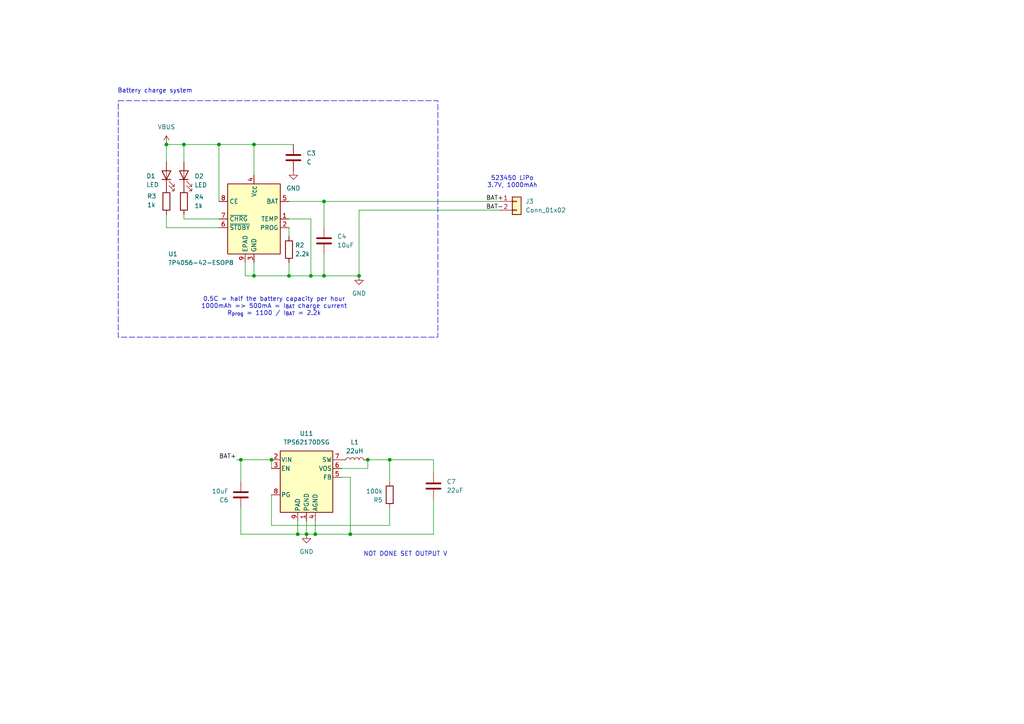
<source format=kicad_sch>
(kicad_sch
	(version 20250114)
	(generator "eeschema")
	(generator_version "9.0")
	(uuid "9a6d347b-2b05-4b29-8e5f-64f7bdcfc210")
	(paper "A4")
	(lib_symbols
		(symbol "Battery_Management:TP4056-42-ESOP8"
			(exclude_from_sim no)
			(in_bom yes)
			(on_board yes)
			(property "Reference" "U"
				(at -6.604 11.684 0)
				(effects
					(font
						(size 1.27 1.27)
					)
				)
			)
			(property "Value" "TP4056-42-ESOP8"
				(at 10.16 11.684 0)
				(effects
					(font
						(size 1.27 1.27)
					)
				)
			)
			(property "Footprint" "Package_SO:SOIC-8-1EP_3.9x4.9mm_P1.27mm_EP2.41x3.3mm_ThermalVias"
				(at 0.508 -22.86 0)
				(effects
					(font
						(size 1.27 1.27)
					)
					(hide yes)
				)
			)
			(property "Datasheet" "https://www.lcsc.com/datasheet/lcsc_datasheet_2410121619_TOPPOWER-Nanjing-Extension-Microelectronics-TP4056-42-ESOP8_C16581.pdf"
				(at 0 -25.4 0)
				(effects
					(font
						(size 1.27 1.27)
					)
					(hide yes)
				)
			)
			(property "Description" "1A Standalone Linear Li-ion/LiPo single-cell battery charger, 4.2V ±1% charge voltage, VCC = 4.0..8.0V, SOIC-8 (SOP-8)"
				(at 0.508 -20.32 0)
				(effects
					(font
						(size 1.27 1.27)
					)
					(hide yes)
				)
			)
			(property "ki_keywords" "lithium-ion lithium-polymer Li-Poly"
				(at 0 0 0)
				(effects
					(font
						(size 1.27 1.27)
					)
					(hide yes)
				)
			)
			(property "ki_fp_filters" "*SO*3.9x4.*P1.27mm*EP2.4*x3.3*mm*"
				(at 0 0 0)
				(effects
					(font
						(size 1.27 1.27)
					)
					(hide yes)
				)
			)
			(symbol "TP4056-42-ESOP8_1_0"
				(pin input line
					(at -10.16 5.08 0)
					(length 2.54)
					(name "CE"
						(effects
							(font
								(size 1.27 1.27)
							)
						)
					)
					(number "8"
						(effects
							(font
								(size 1.27 1.27)
							)
						)
					)
				)
				(pin open_collector line
					(at -10.16 0 0)
					(length 2.54)
					(name "~{CHRG}"
						(effects
							(font
								(size 1.27 1.27)
							)
						)
					)
					(number "7"
						(effects
							(font
								(size 1.27 1.27)
							)
						)
					)
				)
				(pin open_collector line
					(at -10.16 -2.54 0)
					(length 2.54)
					(name "~{STDBY}"
						(effects
							(font
								(size 1.27 1.27)
							)
						)
					)
					(number "6"
						(effects
							(font
								(size 1.27 1.27)
							)
						)
					)
				)
				(pin passive line
					(at -2.54 -12.7 90)
					(length 2.54)
					(name "EPAD"
						(effects
							(font
								(size 1.27 1.27)
							)
						)
					)
					(number "9"
						(effects
							(font
								(size 1.27 1.27)
							)
						)
					)
				)
				(pin power_in line
					(at 0 12.7 270)
					(length 2.54)
					(name "V_{CC}"
						(effects
							(font
								(size 1.27 1.27)
							)
						)
					)
					(number "4"
						(effects
							(font
								(size 1.27 1.27)
							)
						)
					)
				)
				(pin power_in line
					(at 0 -12.7 90)
					(length 2.54)
					(name "GND"
						(effects
							(font
								(size 1.27 1.27)
							)
						)
					)
					(number "3"
						(effects
							(font
								(size 1.27 1.27)
							)
						)
					)
				)
				(pin power_out line
					(at 10.16 5.08 180)
					(length 2.54)
					(name "BAT"
						(effects
							(font
								(size 1.27 1.27)
							)
						)
					)
					(number "5"
						(effects
							(font
								(size 1.27 1.27)
							)
						)
					)
				)
				(pin input line
					(at 10.16 0 180)
					(length 2.54)
					(name "TEMP"
						(effects
							(font
								(size 1.27 1.27)
							)
						)
					)
					(number "1"
						(effects
							(font
								(size 1.27 1.27)
							)
						)
					)
				)
				(pin passive line
					(at 10.16 -2.54 180)
					(length 2.54)
					(name "PROG"
						(effects
							(font
								(size 1.27 1.27)
							)
						)
					)
					(number "2"
						(effects
							(font
								(size 1.27 1.27)
							)
						)
					)
				)
			)
			(symbol "TP4056-42-ESOP8_1_1"
				(rectangle
					(start -7.62 10.16)
					(end 7.62 -10.16)
					(stroke
						(width 0.254)
						(type default)
					)
					(fill
						(type background)
					)
				)
			)
			(embedded_fonts no)
		)
		(symbol "Connector_Generic:Conn_01x02"
			(pin_names
				(offset 1.016)
				(hide yes)
			)
			(exclude_from_sim no)
			(in_bom yes)
			(on_board yes)
			(property "Reference" "J"
				(at 0 2.54 0)
				(effects
					(font
						(size 1.27 1.27)
					)
				)
			)
			(property "Value" "Conn_01x02"
				(at 0 -5.08 0)
				(effects
					(font
						(size 1.27 1.27)
					)
				)
			)
			(property "Footprint" ""
				(at 0 0 0)
				(effects
					(font
						(size 1.27 1.27)
					)
					(hide yes)
				)
			)
			(property "Datasheet" "~"
				(at 0 0 0)
				(effects
					(font
						(size 1.27 1.27)
					)
					(hide yes)
				)
			)
			(property "Description" "Generic connector, single row, 01x02, script generated (kicad-library-utils/schlib/autogen/connector/)"
				(at 0 0 0)
				(effects
					(font
						(size 1.27 1.27)
					)
					(hide yes)
				)
			)
			(property "ki_keywords" "connector"
				(at 0 0 0)
				(effects
					(font
						(size 1.27 1.27)
					)
					(hide yes)
				)
			)
			(property "ki_fp_filters" "Connector*:*_1x??_*"
				(at 0 0 0)
				(effects
					(font
						(size 1.27 1.27)
					)
					(hide yes)
				)
			)
			(symbol "Conn_01x02_1_1"
				(rectangle
					(start -1.27 1.27)
					(end 1.27 -3.81)
					(stroke
						(width 0.254)
						(type default)
					)
					(fill
						(type background)
					)
				)
				(rectangle
					(start -1.27 0.127)
					(end 0 -0.127)
					(stroke
						(width 0.1524)
						(type default)
					)
					(fill
						(type none)
					)
				)
				(rectangle
					(start -1.27 -2.413)
					(end 0 -2.667)
					(stroke
						(width 0.1524)
						(type default)
					)
					(fill
						(type none)
					)
				)
				(pin passive line
					(at -5.08 0 0)
					(length 3.81)
					(name "Pin_1"
						(effects
							(font
								(size 1.27 1.27)
							)
						)
					)
					(number "1"
						(effects
							(font
								(size 1.27 1.27)
							)
						)
					)
				)
				(pin passive line
					(at -5.08 -2.54 0)
					(length 3.81)
					(name "Pin_2"
						(effects
							(font
								(size 1.27 1.27)
							)
						)
					)
					(number "2"
						(effects
							(font
								(size 1.27 1.27)
							)
						)
					)
				)
			)
			(embedded_fonts no)
		)
		(symbol "Device:C"
			(pin_numbers
				(hide yes)
			)
			(pin_names
				(offset 0.254)
			)
			(exclude_from_sim no)
			(in_bom yes)
			(on_board yes)
			(property "Reference" "C"
				(at 0.635 2.54 0)
				(effects
					(font
						(size 1.27 1.27)
					)
					(justify left)
				)
			)
			(property "Value" "C"
				(at 0.635 -2.54 0)
				(effects
					(font
						(size 1.27 1.27)
					)
					(justify left)
				)
			)
			(property "Footprint" ""
				(at 0.9652 -3.81 0)
				(effects
					(font
						(size 1.27 1.27)
					)
					(hide yes)
				)
			)
			(property "Datasheet" "~"
				(at 0 0 0)
				(effects
					(font
						(size 1.27 1.27)
					)
					(hide yes)
				)
			)
			(property "Description" "Unpolarized capacitor"
				(at 0 0 0)
				(effects
					(font
						(size 1.27 1.27)
					)
					(hide yes)
				)
			)
			(property "ki_keywords" "cap capacitor"
				(at 0 0 0)
				(effects
					(font
						(size 1.27 1.27)
					)
					(hide yes)
				)
			)
			(property "ki_fp_filters" "C_*"
				(at 0 0 0)
				(effects
					(font
						(size 1.27 1.27)
					)
					(hide yes)
				)
			)
			(symbol "C_0_1"
				(polyline
					(pts
						(xy -2.032 0.762) (xy 2.032 0.762)
					)
					(stroke
						(width 0.508)
						(type default)
					)
					(fill
						(type none)
					)
				)
				(polyline
					(pts
						(xy -2.032 -0.762) (xy 2.032 -0.762)
					)
					(stroke
						(width 0.508)
						(type default)
					)
					(fill
						(type none)
					)
				)
			)
			(symbol "C_1_1"
				(pin passive line
					(at 0 3.81 270)
					(length 2.794)
					(name "~"
						(effects
							(font
								(size 1.27 1.27)
							)
						)
					)
					(number "1"
						(effects
							(font
								(size 1.27 1.27)
							)
						)
					)
				)
				(pin passive line
					(at 0 -3.81 90)
					(length 2.794)
					(name "~"
						(effects
							(font
								(size 1.27 1.27)
							)
						)
					)
					(number "2"
						(effects
							(font
								(size 1.27 1.27)
							)
						)
					)
				)
			)
			(embedded_fonts no)
		)
		(symbol "Device:L"
			(pin_numbers
				(hide yes)
			)
			(pin_names
				(offset 1.016)
				(hide yes)
			)
			(exclude_from_sim no)
			(in_bom yes)
			(on_board yes)
			(property "Reference" "L"
				(at -1.27 0 90)
				(effects
					(font
						(size 1.27 1.27)
					)
				)
			)
			(property "Value" "L"
				(at 1.905 0 90)
				(effects
					(font
						(size 1.27 1.27)
					)
				)
			)
			(property "Footprint" ""
				(at 0 0 0)
				(effects
					(font
						(size 1.27 1.27)
					)
					(hide yes)
				)
			)
			(property "Datasheet" "~"
				(at 0 0 0)
				(effects
					(font
						(size 1.27 1.27)
					)
					(hide yes)
				)
			)
			(property "Description" "Inductor"
				(at 0 0 0)
				(effects
					(font
						(size 1.27 1.27)
					)
					(hide yes)
				)
			)
			(property "ki_keywords" "inductor choke coil reactor magnetic"
				(at 0 0 0)
				(effects
					(font
						(size 1.27 1.27)
					)
					(hide yes)
				)
			)
			(property "ki_fp_filters" "Choke_* *Coil* Inductor_* L_*"
				(at 0 0 0)
				(effects
					(font
						(size 1.27 1.27)
					)
					(hide yes)
				)
			)
			(symbol "L_0_1"
				(arc
					(start 0 2.54)
					(mid 0.6323 1.905)
					(end 0 1.27)
					(stroke
						(width 0)
						(type default)
					)
					(fill
						(type none)
					)
				)
				(arc
					(start 0 1.27)
					(mid 0.6323 0.635)
					(end 0 0)
					(stroke
						(width 0)
						(type default)
					)
					(fill
						(type none)
					)
				)
				(arc
					(start 0 0)
					(mid 0.6323 -0.635)
					(end 0 -1.27)
					(stroke
						(width 0)
						(type default)
					)
					(fill
						(type none)
					)
				)
				(arc
					(start 0 -1.27)
					(mid 0.6323 -1.905)
					(end 0 -2.54)
					(stroke
						(width 0)
						(type default)
					)
					(fill
						(type none)
					)
				)
			)
			(symbol "L_1_1"
				(pin passive line
					(at 0 3.81 270)
					(length 1.27)
					(name "1"
						(effects
							(font
								(size 1.27 1.27)
							)
						)
					)
					(number "1"
						(effects
							(font
								(size 1.27 1.27)
							)
						)
					)
				)
				(pin passive line
					(at 0 -3.81 90)
					(length 1.27)
					(name "2"
						(effects
							(font
								(size 1.27 1.27)
							)
						)
					)
					(number "2"
						(effects
							(font
								(size 1.27 1.27)
							)
						)
					)
				)
			)
			(embedded_fonts no)
		)
		(symbol "Device:LED"
			(pin_numbers
				(hide yes)
			)
			(pin_names
				(offset 1.016)
				(hide yes)
			)
			(exclude_from_sim no)
			(in_bom yes)
			(on_board yes)
			(property "Reference" "D"
				(at 0 2.54 0)
				(effects
					(font
						(size 1.27 1.27)
					)
				)
			)
			(property "Value" "LED"
				(at 0 -2.54 0)
				(effects
					(font
						(size 1.27 1.27)
					)
				)
			)
			(property "Footprint" ""
				(at 0 0 0)
				(effects
					(font
						(size 1.27 1.27)
					)
					(hide yes)
				)
			)
			(property "Datasheet" "~"
				(at 0 0 0)
				(effects
					(font
						(size 1.27 1.27)
					)
					(hide yes)
				)
			)
			(property "Description" "Light emitting diode"
				(at 0 0 0)
				(effects
					(font
						(size 1.27 1.27)
					)
					(hide yes)
				)
			)
			(property "Sim.Pins" "1=K 2=A"
				(at 0 0 0)
				(effects
					(font
						(size 1.27 1.27)
					)
					(hide yes)
				)
			)
			(property "ki_keywords" "LED diode"
				(at 0 0 0)
				(effects
					(font
						(size 1.27 1.27)
					)
					(hide yes)
				)
			)
			(property "ki_fp_filters" "LED* LED_SMD:* LED_THT:*"
				(at 0 0 0)
				(effects
					(font
						(size 1.27 1.27)
					)
					(hide yes)
				)
			)
			(symbol "LED_0_1"
				(polyline
					(pts
						(xy -3.048 -0.762) (xy -4.572 -2.286) (xy -3.81 -2.286) (xy -4.572 -2.286) (xy -4.572 -1.524)
					)
					(stroke
						(width 0)
						(type default)
					)
					(fill
						(type none)
					)
				)
				(polyline
					(pts
						(xy -1.778 -0.762) (xy -3.302 -2.286) (xy -2.54 -2.286) (xy -3.302 -2.286) (xy -3.302 -1.524)
					)
					(stroke
						(width 0)
						(type default)
					)
					(fill
						(type none)
					)
				)
				(polyline
					(pts
						(xy -1.27 0) (xy 1.27 0)
					)
					(stroke
						(width 0)
						(type default)
					)
					(fill
						(type none)
					)
				)
				(polyline
					(pts
						(xy -1.27 -1.27) (xy -1.27 1.27)
					)
					(stroke
						(width 0.254)
						(type default)
					)
					(fill
						(type none)
					)
				)
				(polyline
					(pts
						(xy 1.27 -1.27) (xy 1.27 1.27) (xy -1.27 0) (xy 1.27 -1.27)
					)
					(stroke
						(width 0.254)
						(type default)
					)
					(fill
						(type none)
					)
				)
			)
			(symbol "LED_1_1"
				(pin passive line
					(at -3.81 0 0)
					(length 2.54)
					(name "K"
						(effects
							(font
								(size 1.27 1.27)
							)
						)
					)
					(number "1"
						(effects
							(font
								(size 1.27 1.27)
							)
						)
					)
				)
				(pin passive line
					(at 3.81 0 180)
					(length 2.54)
					(name "A"
						(effects
							(font
								(size 1.27 1.27)
							)
						)
					)
					(number "2"
						(effects
							(font
								(size 1.27 1.27)
							)
						)
					)
				)
			)
			(embedded_fonts no)
		)
		(symbol "Device:R"
			(pin_numbers
				(hide yes)
			)
			(pin_names
				(offset 0)
			)
			(exclude_from_sim no)
			(in_bom yes)
			(on_board yes)
			(property "Reference" "R"
				(at 2.032 0 90)
				(effects
					(font
						(size 1.27 1.27)
					)
				)
			)
			(property "Value" "R"
				(at 0 0 90)
				(effects
					(font
						(size 1.27 1.27)
					)
				)
			)
			(property "Footprint" ""
				(at -1.778 0 90)
				(effects
					(font
						(size 1.27 1.27)
					)
					(hide yes)
				)
			)
			(property "Datasheet" "~"
				(at 0 0 0)
				(effects
					(font
						(size 1.27 1.27)
					)
					(hide yes)
				)
			)
			(property "Description" "Resistor"
				(at 0 0 0)
				(effects
					(font
						(size 1.27 1.27)
					)
					(hide yes)
				)
			)
			(property "ki_keywords" "R res resistor"
				(at 0 0 0)
				(effects
					(font
						(size 1.27 1.27)
					)
					(hide yes)
				)
			)
			(property "ki_fp_filters" "R_*"
				(at 0 0 0)
				(effects
					(font
						(size 1.27 1.27)
					)
					(hide yes)
				)
			)
			(symbol "R_0_1"
				(rectangle
					(start -1.016 -2.54)
					(end 1.016 2.54)
					(stroke
						(width 0.254)
						(type default)
					)
					(fill
						(type none)
					)
				)
			)
			(symbol "R_1_1"
				(pin passive line
					(at 0 3.81 270)
					(length 1.27)
					(name "~"
						(effects
							(font
								(size 1.27 1.27)
							)
						)
					)
					(number "1"
						(effects
							(font
								(size 1.27 1.27)
							)
						)
					)
				)
				(pin passive line
					(at 0 -3.81 90)
					(length 1.27)
					(name "~"
						(effects
							(font
								(size 1.27 1.27)
							)
						)
					)
					(number "2"
						(effects
							(font
								(size 1.27 1.27)
							)
						)
					)
				)
			)
			(embedded_fonts no)
		)
		(symbol "Regulator_Switching:TPS62170DSG"
			(pin_names
				(offset 0.254)
			)
			(exclude_from_sim no)
			(in_bom yes)
			(on_board yes)
			(property "Reference" "U"
				(at -7.62 11.43 0)
				(effects
					(font
						(size 1.27 1.27)
					)
					(justify left)
				)
			)
			(property "Value" "TPS62170DSG"
				(at -1.27 11.43 0)
				(effects
					(font
						(size 1.27 1.27)
					)
					(justify left)
				)
			)
			(property "Footprint" "Package_SON:WSON-8-1EP_2x2mm_P0.5mm_EP0.9x1.6mm_ThermalVias"
				(at 3.81 -8.89 0)
				(effects
					(font
						(size 1.27 1.27)
					)
					(justify left)
					(hide yes)
				)
			)
			(property "Datasheet" "http://www.ti.com/lit/ds/symlink/tps62170.pdf"
				(at 0 13.97 0)
				(effects
					(font
						(size 1.27 1.27)
					)
					(hide yes)
				)
			)
			(property "Description" "500mA Step-Down Converter with DCS-Control, adjustable output, 3-17V input voltage, WSON-8"
				(at 0 0 0)
				(effects
					(font
						(size 1.27 1.27)
					)
					(hide yes)
				)
			)
			(property "ki_keywords" "step-down dc-dc buck regulator"
				(at 0 0 0)
				(effects
					(font
						(size 1.27 1.27)
					)
					(hide yes)
				)
			)
			(property "ki_fp_filters" "WSON*EP*2x2mm*P0.5mm*"
				(at 0 0 0)
				(effects
					(font
						(size 1.27 1.27)
					)
					(hide yes)
				)
			)
			(symbol "TPS62170DSG_0_1"
				(rectangle
					(start -7.62 10.16)
					(end 7.62 -7.62)
					(stroke
						(width 0.254)
						(type default)
					)
					(fill
						(type background)
					)
				)
			)
			(symbol "TPS62170DSG_1_1"
				(pin power_in line
					(at -10.16 7.62 0)
					(length 2.54)
					(name "VIN"
						(effects
							(font
								(size 1.27 1.27)
							)
						)
					)
					(number "2"
						(effects
							(font
								(size 1.27 1.27)
							)
						)
					)
				)
				(pin input line
					(at -10.16 5.08 0)
					(length 2.54)
					(name "EN"
						(effects
							(font
								(size 1.27 1.27)
							)
						)
					)
					(number "3"
						(effects
							(font
								(size 1.27 1.27)
							)
						)
					)
				)
				(pin open_collector line
					(at -10.16 -2.54 0)
					(length 2.54)
					(name "PG"
						(effects
							(font
								(size 1.27 1.27)
							)
						)
					)
					(number "8"
						(effects
							(font
								(size 1.27 1.27)
							)
						)
					)
				)
				(pin power_in line
					(at -2.54 -10.16 90)
					(length 2.54)
					(name "PAD"
						(effects
							(font
								(size 1.27 1.27)
							)
						)
					)
					(number "9"
						(effects
							(font
								(size 1.27 1.27)
							)
						)
					)
				)
				(pin power_in line
					(at 0 -10.16 90)
					(length 2.54)
					(name "PGND"
						(effects
							(font
								(size 1.27 1.27)
							)
						)
					)
					(number "1"
						(effects
							(font
								(size 1.27 1.27)
							)
						)
					)
				)
				(pin power_in line
					(at 2.54 -10.16 90)
					(length 2.54)
					(name "AGND"
						(effects
							(font
								(size 1.27 1.27)
							)
						)
					)
					(number "4"
						(effects
							(font
								(size 1.27 1.27)
							)
						)
					)
				)
				(pin output line
					(at 10.16 7.62 180)
					(length 2.54)
					(name "SW"
						(effects
							(font
								(size 1.27 1.27)
							)
						)
					)
					(number "7"
						(effects
							(font
								(size 1.27 1.27)
							)
						)
					)
				)
				(pin input line
					(at 10.16 5.08 180)
					(length 2.54)
					(name "VOS"
						(effects
							(font
								(size 1.27 1.27)
							)
						)
					)
					(number "6"
						(effects
							(font
								(size 1.27 1.27)
							)
						)
					)
				)
				(pin input line
					(at 10.16 2.54 180)
					(length 2.54)
					(name "FB"
						(effects
							(font
								(size 1.27 1.27)
							)
						)
					)
					(number "5"
						(effects
							(font
								(size 1.27 1.27)
							)
						)
					)
				)
			)
			(embedded_fonts no)
		)
		(symbol "power:GND"
			(power)
			(pin_numbers
				(hide yes)
			)
			(pin_names
				(offset 0)
				(hide yes)
			)
			(exclude_from_sim no)
			(in_bom yes)
			(on_board yes)
			(property "Reference" "#PWR"
				(at 0 -6.35 0)
				(effects
					(font
						(size 1.27 1.27)
					)
					(hide yes)
				)
			)
			(property "Value" "GND"
				(at 0 -3.81 0)
				(effects
					(font
						(size 1.27 1.27)
					)
				)
			)
			(property "Footprint" ""
				(at 0 0 0)
				(effects
					(font
						(size 1.27 1.27)
					)
					(hide yes)
				)
			)
			(property "Datasheet" ""
				(at 0 0 0)
				(effects
					(font
						(size 1.27 1.27)
					)
					(hide yes)
				)
			)
			(property "Description" "Power symbol creates a global label with name \"GND\" , ground"
				(at 0 0 0)
				(effects
					(font
						(size 1.27 1.27)
					)
					(hide yes)
				)
			)
			(property "ki_keywords" "global power"
				(at 0 0 0)
				(effects
					(font
						(size 1.27 1.27)
					)
					(hide yes)
				)
			)
			(symbol "GND_0_1"
				(polyline
					(pts
						(xy 0 0) (xy 0 -1.27) (xy 1.27 -1.27) (xy 0 -2.54) (xy -1.27 -1.27) (xy 0 -1.27)
					)
					(stroke
						(width 0)
						(type default)
					)
					(fill
						(type none)
					)
				)
			)
			(symbol "GND_1_1"
				(pin power_in line
					(at 0 0 270)
					(length 0)
					(name "~"
						(effects
							(font
								(size 1.27 1.27)
							)
						)
					)
					(number "1"
						(effects
							(font
								(size 1.27 1.27)
							)
						)
					)
				)
			)
			(embedded_fonts no)
		)
		(symbol "power:VBUS"
			(power)
			(pin_numbers
				(hide yes)
			)
			(pin_names
				(offset 0)
				(hide yes)
			)
			(exclude_from_sim no)
			(in_bom yes)
			(on_board yes)
			(property "Reference" "#PWR"
				(at 0 -3.81 0)
				(effects
					(font
						(size 1.27 1.27)
					)
					(hide yes)
				)
			)
			(property "Value" "VBUS"
				(at 0 3.556 0)
				(effects
					(font
						(size 1.27 1.27)
					)
				)
			)
			(property "Footprint" ""
				(at 0 0 0)
				(effects
					(font
						(size 1.27 1.27)
					)
					(hide yes)
				)
			)
			(property "Datasheet" ""
				(at 0 0 0)
				(effects
					(font
						(size 1.27 1.27)
					)
					(hide yes)
				)
			)
			(property "Description" "Power symbol creates a global label with name \"VBUS\""
				(at 0 0 0)
				(effects
					(font
						(size 1.27 1.27)
					)
					(hide yes)
				)
			)
			(property "ki_keywords" "global power"
				(at 0 0 0)
				(effects
					(font
						(size 1.27 1.27)
					)
					(hide yes)
				)
			)
			(symbol "VBUS_0_1"
				(polyline
					(pts
						(xy -0.762 1.27) (xy 0 2.54)
					)
					(stroke
						(width 0)
						(type default)
					)
					(fill
						(type none)
					)
				)
				(polyline
					(pts
						(xy 0 2.54) (xy 0.762 1.27)
					)
					(stroke
						(width 0)
						(type default)
					)
					(fill
						(type none)
					)
				)
				(polyline
					(pts
						(xy 0 0) (xy 0 2.54)
					)
					(stroke
						(width 0)
						(type default)
					)
					(fill
						(type none)
					)
				)
			)
			(symbol "VBUS_1_1"
				(pin power_in line
					(at 0 0 90)
					(length 0)
					(name "~"
						(effects
							(font
								(size 1.27 1.27)
							)
						)
					)
					(number "1"
						(effects
							(font
								(size 1.27 1.27)
							)
						)
					)
				)
			)
			(embedded_fonts no)
		)
	)
	(rectangle
		(start 34.29 29.21)
		(end 127 97.79)
		(stroke
			(width 0)
			(type dash)
		)
		(fill
			(type none)
		)
		(uuid 10643cfd-1056-42a8-9212-8e1d43f1f582)
	)
	(text "Battery charge system"
		(exclude_from_sim no)
		(at 44.958 26.416 0)
		(effects
			(font
				(size 1.27 1.27)
			)
		)
		(uuid "22e7142f-c937-4a05-af8e-8dd041ff9961")
	)
	(text "523450 LiPo\n3.7V, 1000mAh"
		(exclude_from_sim no)
		(at 148.59 52.832 0)
		(effects
			(font
				(size 1.27 1.27)
			)
		)
		(uuid "7ae35e02-9fa7-494a-a1b2-b277f8875f0e")
	)
	(text "0.5C = half the battery capacity per hour\n1000mAh => 500mA = I_{BAT} charge current\nR_{prog} = 1100 / I_{BAT} = 2.2k"
		(exclude_from_sim no)
		(at 79.502 88.9 0)
		(effects
			(font
				(size 1.27 1.27)
			)
		)
		(uuid "b4da6a4c-4202-4f57-ac3d-1152434bb406")
	)
	(text "NOT DONE SET OUTPUT V"
		(exclude_from_sim no)
		(at 117.602 160.782 0)
		(effects
			(font
				(size 1.27 1.27)
			)
		)
		(uuid "d4cb50f3-c95a-408b-8487-a6a092260e92")
	)
	(junction
		(at 78.74 133.35)
		(diameter 0)
		(color 0 0 0 0)
		(uuid "09cea45e-e271-4065-ab67-ba87f7ae7e3b")
	)
	(junction
		(at 88.9 154.94)
		(diameter 0)
		(color 0 0 0 0)
		(uuid "0c57c6df-1217-462c-9717-d620c2dd0a32")
	)
	(junction
		(at 106.68 133.35)
		(diameter 0)
		(color 0 0 0 0)
		(uuid "1218ce32-1054-4f1e-ab6e-14896f0b2b3e")
	)
	(junction
		(at 86.36 154.94)
		(diameter 0)
		(color 0 0 0 0)
		(uuid "1e4dc530-fd68-4f76-8326-7a8c4fbf7418")
	)
	(junction
		(at 101.6 154.94)
		(diameter 0)
		(color 0 0 0 0)
		(uuid "290ea7af-8e5f-4448-a7d2-d6a8a41a0fd1")
	)
	(junction
		(at 73.66 41.91)
		(diameter 0)
		(color 0 0 0 0)
		(uuid "29b9d754-e090-499f-8024-6642baefb7f8")
	)
	(junction
		(at 113.03 133.35)
		(diameter 0)
		(color 0 0 0 0)
		(uuid "2e5f56f2-7e45-4810-b6d8-f29d444ef780")
	)
	(junction
		(at 93.98 58.42)
		(diameter 0)
		(color 0 0 0 0)
		(uuid "3cf1076a-2539-483c-b6eb-e67561cf099b")
	)
	(junction
		(at 93.98 80.01)
		(diameter 0)
		(color 0 0 0 0)
		(uuid "3dc0a4ec-cc9f-4dc7-b296-16bef8533bfd")
	)
	(junction
		(at 90.17 80.01)
		(diameter 0)
		(color 0 0 0 0)
		(uuid "71fff8df-908d-4fa6-8dec-e0537b096382")
	)
	(junction
		(at 73.66 80.01)
		(diameter 0)
		(color 0 0 0 0)
		(uuid "78c953e1-4a01-4068-8dfd-e7a3508d8f34")
	)
	(junction
		(at 69.85 133.35)
		(diameter 0)
		(color 0 0 0 0)
		(uuid "8a2eb502-ecab-4c6b-b5e6-c0efe43dba8c")
	)
	(junction
		(at 53.34 41.91)
		(diameter 0)
		(color 0 0 0 0)
		(uuid "9852cd1b-ad97-4a9b-bb12-2c99c979bb71")
	)
	(junction
		(at 91.44 154.94)
		(diameter 0)
		(color 0 0 0 0)
		(uuid "a2bb921f-94be-4a30-b30a-04afc6ec0b71")
	)
	(junction
		(at 83.82 80.01)
		(diameter 0)
		(color 0 0 0 0)
		(uuid "a645ee1d-00c9-4823-9ff2-dce43de074d6")
	)
	(junction
		(at 104.14 80.01)
		(diameter 0)
		(color 0 0 0 0)
		(uuid "aa6b0691-49c8-4ff3-a563-0f204c59f2b4")
	)
	(junction
		(at 63.5 41.91)
		(diameter 0)
		(color 0 0 0 0)
		(uuid "deaefb52-2dd1-40e8-839f-27f25262b2d0")
	)
	(junction
		(at 48.26 41.91)
		(diameter 0)
		(color 0 0 0 0)
		(uuid "ec089d52-60a6-4d20-a5cf-13a1ced467bc")
	)
	(wire
		(pts
			(xy 101.6 138.43) (xy 101.6 154.94)
		)
		(stroke
			(width 0)
			(type default)
		)
		(uuid "09a0dfb1-9a9c-4f2c-89c9-ebac8846b3d8")
	)
	(wire
		(pts
			(xy 73.66 76.2) (xy 73.66 80.01)
		)
		(stroke
			(width 0)
			(type default)
		)
		(uuid "0dcd02d4-3941-4ad9-a210-2db34d53a043")
	)
	(wire
		(pts
			(xy 106.68 133.35) (xy 113.03 133.35)
		)
		(stroke
			(width 0)
			(type default)
		)
		(uuid "10ed9d15-2149-47e7-84f3-0c46cf13c641")
	)
	(wire
		(pts
			(xy 48.26 41.91) (xy 48.26 46.99)
		)
		(stroke
			(width 0)
			(type default)
		)
		(uuid "147266b0-fe77-41ac-b289-647af185043b")
	)
	(wire
		(pts
			(xy 53.34 41.91) (xy 53.34 46.99)
		)
		(stroke
			(width 0)
			(type default)
		)
		(uuid "15e44224-6b74-4273-a7ca-7aabfb0ee170")
	)
	(wire
		(pts
			(xy 83.82 76.2) (xy 83.82 80.01)
		)
		(stroke
			(width 0)
			(type default)
		)
		(uuid "15ed9783-6acc-48db-a064-43a84802c588")
	)
	(wire
		(pts
			(xy 69.85 133.35) (xy 78.74 133.35)
		)
		(stroke
			(width 0)
			(type default)
		)
		(uuid "181ef215-3269-43ee-89c7-0577326a3d43")
	)
	(wire
		(pts
			(xy 93.98 80.01) (xy 90.17 80.01)
		)
		(stroke
			(width 0)
			(type default)
		)
		(uuid "18cf6289-3af1-42b0-b9aa-f06e99ef43a4")
	)
	(wire
		(pts
			(xy 93.98 66.04) (xy 93.98 58.42)
		)
		(stroke
			(width 0)
			(type default)
		)
		(uuid "1eb6975a-90ab-496f-9df5-91ae4b8a2e9a")
	)
	(wire
		(pts
			(xy 113.03 152.4) (xy 113.03 147.32)
		)
		(stroke
			(width 0)
			(type default)
		)
		(uuid "248c00eb-e878-49d4-9eb6-b08c3360a68a")
	)
	(wire
		(pts
			(xy 104.14 60.96) (xy 104.14 80.01)
		)
		(stroke
			(width 0)
			(type default)
		)
		(uuid "279a9eb7-c6c3-4528-8a12-826dbc8df747")
	)
	(wire
		(pts
			(xy 63.5 41.91) (xy 63.5 58.42)
		)
		(stroke
			(width 0)
			(type default)
		)
		(uuid "2a077231-659c-4776-b11d-d1c16293f82a")
	)
	(wire
		(pts
			(xy 93.98 58.42) (xy 144.78 58.42)
		)
		(stroke
			(width 0)
			(type default)
		)
		(uuid "2df9a4fc-6960-44e4-ace6-646e0773e8e0")
	)
	(wire
		(pts
			(xy 68.58 133.35) (xy 69.85 133.35)
		)
		(stroke
			(width 0)
			(type default)
		)
		(uuid "2ef5959a-fe6d-4007-a663-b6a727c97524")
	)
	(wire
		(pts
			(xy 73.66 80.01) (xy 71.12 80.01)
		)
		(stroke
			(width 0)
			(type default)
		)
		(uuid "3c549573-df10-4f6f-b040-542e9510f9bb")
	)
	(wire
		(pts
			(xy 125.73 133.35) (xy 125.73 137.16)
		)
		(stroke
			(width 0)
			(type default)
		)
		(uuid "3d967c67-8ce5-4255-ad68-edad9dd03b67")
	)
	(wire
		(pts
			(xy 53.34 63.5) (xy 63.5 63.5)
		)
		(stroke
			(width 0)
			(type default)
		)
		(uuid "4937b9e7-15dd-4e83-a842-f12af323bec0")
	)
	(wire
		(pts
			(xy 73.66 80.01) (xy 83.82 80.01)
		)
		(stroke
			(width 0)
			(type default)
		)
		(uuid "4e5e4ffa-f3ba-414e-b337-9c943bdfc3f5")
	)
	(wire
		(pts
			(xy 101.6 154.94) (xy 91.44 154.94)
		)
		(stroke
			(width 0)
			(type default)
		)
		(uuid "4e97cc78-0870-4bdb-8c2c-de5d853e49b9")
	)
	(wire
		(pts
			(xy 125.73 144.78) (xy 125.73 154.94)
		)
		(stroke
			(width 0)
			(type default)
		)
		(uuid "505ace0f-ac1a-41a4-bc0f-2c383a8270d3")
	)
	(wire
		(pts
			(xy 86.36 151.13) (xy 86.36 154.94)
		)
		(stroke
			(width 0)
			(type default)
		)
		(uuid "50973747-30a7-4c4c-99ea-e26004640b8b")
	)
	(wire
		(pts
			(xy 88.9 154.94) (xy 86.36 154.94)
		)
		(stroke
			(width 0)
			(type default)
		)
		(uuid "586a9244-c207-4e5c-9588-38d0dccadba2")
	)
	(wire
		(pts
			(xy 83.82 80.01) (xy 90.17 80.01)
		)
		(stroke
			(width 0)
			(type default)
		)
		(uuid "5faff28a-b656-48aa-867c-03ddc17bdda9")
	)
	(wire
		(pts
			(xy 86.36 154.94) (xy 69.85 154.94)
		)
		(stroke
			(width 0)
			(type default)
		)
		(uuid "6122153c-2efb-4c17-81ce-c8ba63156cc4")
	)
	(wire
		(pts
			(xy 71.12 76.2) (xy 71.12 80.01)
		)
		(stroke
			(width 0)
			(type default)
		)
		(uuid "65f36f05-87db-437d-b273-fee4d894f300")
	)
	(wire
		(pts
			(xy 90.17 63.5) (xy 90.17 80.01)
		)
		(stroke
			(width 0)
			(type default)
		)
		(uuid "68b3480a-d970-44dd-bc22-f786788a56b1")
	)
	(wire
		(pts
			(xy 73.66 41.91) (xy 85.09 41.91)
		)
		(stroke
			(width 0)
			(type default)
		)
		(uuid "6ab751f8-384a-468c-a76b-68c0695704bd")
	)
	(wire
		(pts
			(xy 99.06 138.43) (xy 101.6 138.43)
		)
		(stroke
			(width 0)
			(type default)
		)
		(uuid "6fd75113-dd7e-49b2-9754-d3f4dff40ea2")
	)
	(wire
		(pts
			(xy 91.44 151.13) (xy 91.44 154.94)
		)
		(stroke
			(width 0)
			(type default)
		)
		(uuid "717e619c-d09a-4d20-8a38-9f1583ec3d2e")
	)
	(wire
		(pts
			(xy 48.26 62.23) (xy 48.26 66.04)
		)
		(stroke
			(width 0)
			(type default)
		)
		(uuid "7898d17c-a0aa-41a7-9278-5cb374c586c7")
	)
	(wire
		(pts
			(xy 78.74 133.35) (xy 78.74 135.89)
		)
		(stroke
			(width 0)
			(type default)
		)
		(uuid "861c7762-e8cc-4d11-bff5-76a5c2a584e5")
	)
	(wire
		(pts
			(xy 73.66 41.91) (xy 73.66 50.8)
		)
		(stroke
			(width 0)
			(type default)
		)
		(uuid "8a029214-bcb4-4848-8805-829cf916235b")
	)
	(wire
		(pts
			(xy 144.78 60.96) (xy 104.14 60.96)
		)
		(stroke
			(width 0)
			(type default)
		)
		(uuid "8ceaf00d-90ef-414f-9f5a-077913f1be56")
	)
	(wire
		(pts
			(xy 91.44 154.94) (xy 88.9 154.94)
		)
		(stroke
			(width 0)
			(type default)
		)
		(uuid "8df8c712-7b0a-40e3-aac4-5d7197b3cd5c")
	)
	(wire
		(pts
			(xy 83.82 66.04) (xy 83.82 68.58)
		)
		(stroke
			(width 0)
			(type default)
		)
		(uuid "95519d38-7b9d-4e6e-89b6-058e9ac29e8b")
	)
	(wire
		(pts
			(xy 125.73 154.94) (xy 101.6 154.94)
		)
		(stroke
			(width 0)
			(type default)
		)
		(uuid "962a05d2-8e6e-4ec0-8d53-c227bd66f243")
	)
	(wire
		(pts
			(xy 99.06 135.89) (xy 106.68 135.89)
		)
		(stroke
			(width 0)
			(type default)
		)
		(uuid "9cec1f76-beb7-4e2c-978c-3c15c8b25191")
	)
	(wire
		(pts
			(xy 83.82 63.5) (xy 90.17 63.5)
		)
		(stroke
			(width 0)
			(type default)
		)
		(uuid "a3402cf3-1994-4f11-8269-133efa979ba2")
	)
	(wire
		(pts
			(xy 106.68 135.89) (xy 106.68 133.35)
		)
		(stroke
			(width 0)
			(type default)
		)
		(uuid "a46b1629-1c14-4479-a85d-d32e339720d3")
	)
	(wire
		(pts
			(xy 104.14 80.01) (xy 93.98 80.01)
		)
		(stroke
			(width 0)
			(type default)
		)
		(uuid "a5faf73e-0e35-4abe-a403-69ae317d3b22")
	)
	(wire
		(pts
			(xy 93.98 73.66) (xy 93.98 80.01)
		)
		(stroke
			(width 0)
			(type default)
		)
		(uuid "a80a1a88-6465-46bf-a257-537b55c75ae1")
	)
	(wire
		(pts
			(xy 113.03 133.35) (xy 113.03 139.7)
		)
		(stroke
			(width 0)
			(type default)
		)
		(uuid "ab0a6e0c-e644-4561-9850-1ede00b03123")
	)
	(wire
		(pts
			(xy 69.85 154.94) (xy 69.85 147.32)
		)
		(stroke
			(width 0)
			(type default)
		)
		(uuid "ae9383ef-2736-4244-a312-e82365f7ce21")
	)
	(wire
		(pts
			(xy 78.74 143.51) (xy 78.74 152.4)
		)
		(stroke
			(width 0)
			(type default)
		)
		(uuid "b21126f2-f3be-4617-8c5d-327ebfb81dfa")
	)
	(wire
		(pts
			(xy 53.34 41.91) (xy 63.5 41.91)
		)
		(stroke
			(width 0)
			(type default)
		)
		(uuid "b7e323b0-a82a-4ae1-80fc-23d1a14b795d")
	)
	(wire
		(pts
			(xy 63.5 41.91) (xy 73.66 41.91)
		)
		(stroke
			(width 0)
			(type default)
		)
		(uuid "b97ec458-0e78-48bd-a67c-942a57b0681d")
	)
	(wire
		(pts
			(xy 53.34 62.23) (xy 53.34 63.5)
		)
		(stroke
			(width 0)
			(type default)
		)
		(uuid "bdad7c56-60c3-413d-9fb8-8f8813586070")
	)
	(wire
		(pts
			(xy 83.82 58.42) (xy 93.98 58.42)
		)
		(stroke
			(width 0)
			(type default)
		)
		(uuid "c08d4dbf-20c5-4006-bed6-c06bb125e496")
	)
	(wire
		(pts
			(xy 48.26 41.91) (xy 53.34 41.91)
		)
		(stroke
			(width 0)
			(type default)
		)
		(uuid "cb0d980a-8313-4fc3-b78b-369ddf651707")
	)
	(wire
		(pts
			(xy 48.26 66.04) (xy 63.5 66.04)
		)
		(stroke
			(width 0)
			(type default)
		)
		(uuid "d14c7ab9-48cf-427f-8ffb-99c071a8adf4")
	)
	(wire
		(pts
			(xy 113.03 133.35) (xy 125.73 133.35)
		)
		(stroke
			(width 0)
			(type default)
		)
		(uuid "d63bbb6e-87d4-477c-80f9-6af8f903d6d5")
	)
	(wire
		(pts
			(xy 88.9 151.13) (xy 88.9 154.94)
		)
		(stroke
			(width 0)
			(type default)
		)
		(uuid "f943a933-8d8f-4d48-b253-63dbfcf887a3")
	)
	(wire
		(pts
			(xy 69.85 133.35) (xy 69.85 139.7)
		)
		(stroke
			(width 0)
			(type default)
		)
		(uuid "fb35f3d7-0d74-4708-b18f-60df84cc549e")
	)
	(wire
		(pts
			(xy 78.74 152.4) (xy 113.03 152.4)
		)
		(stroke
			(width 0)
			(type default)
		)
		(uuid "fbeaaede-c00a-431f-9eed-b3bf6229f322")
	)
	(label "BAT+"
		(at 146.05 58.42 180)
		(effects
			(font
				(size 1.27 1.27)
			)
			(justify right bottom)
		)
		(uuid "1997b0e2-de61-4018-af82-108cbb653367")
	)
	(label "BAT-"
		(at 146.05 60.96 180)
		(effects
			(font
				(size 1.27 1.27)
			)
			(justify right bottom)
		)
		(uuid "3f2c3395-97ed-4485-8893-9513421759bd")
	)
	(label "BAT+"
		(at 68.58 133.35 180)
		(effects
			(font
				(size 1.27 1.27)
			)
			(justify right bottom)
		)
		(uuid "a9e2f487-40f1-4707-8632-3799aab7f974")
	)
	(symbol
		(lib_id "Device:C")
		(at 85.09 45.72 0)
		(unit 1)
		(exclude_from_sim no)
		(in_bom yes)
		(on_board yes)
		(dnp no)
		(fields_autoplaced yes)
		(uuid "0e133dd5-4d81-4698-854e-1ef88fe73bb2")
		(property "Reference" "C3"
			(at 88.9 44.4499 0)
			(effects
				(font
					(size 1.27 1.27)
				)
				(justify left)
			)
		)
		(property "Value" "C"
			(at 88.9 46.9899 0)
			(effects
				(font
					(size 1.27 1.27)
				)
				(justify left)
			)
		)
		(property "Footprint" ""
			(at 86.0552 49.53 0)
			(effects
				(font
					(size 1.27 1.27)
				)
				(hide yes)
			)
		)
		(property "Datasheet" "~"
			(at 85.09 45.72 0)
			(effects
				(font
					(size 1.27 1.27)
				)
				(hide yes)
			)
		)
		(property "Description" "Unpolarized capacitor"
			(at 85.09 45.72 0)
			(effects
				(font
					(size 1.27 1.27)
				)
				(hide yes)
			)
		)
		(pin "2"
			(uuid "ab08ef49-a164-408f-a142-7a66b390de97")
		)
		(pin "1"
			(uuid "a79ecbda-435e-4184-b216-ad4fb52d7e2b")
		)
		(instances
			(project "gameboy"
				(path "/f4643692-c319-40a7-82a2-3e775c0a417f/fea8ab4b-ea53-47eb-b286-5a1dd85fe272"
					(reference "C3")
					(unit 1)
				)
			)
		)
	)
	(symbol
		(lib_id "Device:C")
		(at 125.73 140.97 0)
		(unit 1)
		(exclude_from_sim no)
		(in_bom yes)
		(on_board yes)
		(dnp no)
		(fields_autoplaced yes)
		(uuid "181dea1f-d185-4ffc-a496-d204f299b2fe")
		(property "Reference" "C7"
			(at 129.54 139.6999 0)
			(effects
				(font
					(size 1.27 1.27)
				)
				(justify left)
			)
		)
		(property "Value" "22uF"
			(at 129.54 142.2399 0)
			(effects
				(font
					(size 1.27 1.27)
				)
				(justify left)
			)
		)
		(property "Footprint" ""
			(at 126.6952 144.78 0)
			(effects
				(font
					(size 1.27 1.27)
				)
				(hide yes)
			)
		)
		(property "Datasheet" "~"
			(at 125.73 140.97 0)
			(effects
				(font
					(size 1.27 1.27)
				)
				(hide yes)
			)
		)
		(property "Description" "Unpolarized capacitor"
			(at 125.73 140.97 0)
			(effects
				(font
					(size 1.27 1.27)
				)
				(hide yes)
			)
		)
		(property "LCSC" ""
			(at 125.73 140.97 0)
			(effects
				(font
					(size 1.27 1.27)
				)
				(hide yes)
			)
		)
		(property "Manufacturer" ""
			(at 125.73 140.97 0)
			(effects
				(font
					(size 1.27 1.27)
				)
				(hide yes)
			)
		)
		(property "Manufacturer Part Number" ""
			(at 125.73 140.97 0)
			(effects
				(font
					(size 1.27 1.27)
				)
				(hide yes)
			)
		)
		(pin "2"
			(uuid "a3e1d0e6-45d4-4e3c-9298-e0a1f6d46fd7")
		)
		(pin "1"
			(uuid "2c4a8ec2-848d-49eb-a0ed-1b451e93875e")
		)
		(instances
			(project "gameboy"
				(path "/f4643692-c319-40a7-82a2-3e775c0a417f/fea8ab4b-ea53-47eb-b286-5a1dd85fe272"
					(reference "C7")
					(unit 1)
				)
			)
		)
	)
	(symbol
		(lib_id "Regulator_Switching:TPS62170DSG")
		(at 88.9 140.97 0)
		(unit 1)
		(exclude_from_sim no)
		(in_bom yes)
		(on_board yes)
		(dnp no)
		(fields_autoplaced yes)
		(uuid "26070305-897d-4bbc-a261-95578408ad9a")
		(property "Reference" "U11"
			(at 88.9 125.73 0)
			(effects
				(font
					(size 1.27 1.27)
				)
			)
		)
		(property "Value" "TPS62170DSG"
			(at 88.9 128.27 0)
			(effects
				(font
					(size 1.27 1.27)
				)
			)
		)
		(property "Footprint" "Package_SON:WSON-8-1EP_2x2mm_P0.5mm_EP0.9x1.6mm_ThermalVias"
			(at 92.71 149.86 0)
			(effects
				(font
					(size 1.27 1.27)
				)
				(justify left)
				(hide yes)
			)
		)
		(property "Datasheet" "http://www.ti.com/lit/ds/symlink/tps62170.pdf"
			(at 88.9 127 0)
			(effects
				(font
					(size 1.27 1.27)
				)
				(hide yes)
			)
		)
		(property "Description" "500mA Step-Down Converter with DCS-Control, adjustable output, 3-17V input voltage, WSON-8"
			(at 88.9 140.97 0)
			(effects
				(font
					(size 1.27 1.27)
				)
				(hide yes)
			)
		)
		(pin "3"
			(uuid "fdeb887c-894e-4104-b63e-9d6b2eae1785")
		)
		(pin "8"
			(uuid "dc9231b6-f2d3-45c0-8320-e25aaec15032")
		)
		(pin "7"
			(uuid "67936cf6-f16f-4d36-a910-5cd3361ef51a")
		)
		(pin "5"
			(uuid "5f2829da-9ddb-4566-8a44-2dcd92e58a99")
		)
		(pin "2"
			(uuid "a1ccc4a4-d70b-4268-bd7e-c38322fe6931")
		)
		(pin "4"
			(uuid "c001f097-6d2c-45b3-a798-fb3c447bcd1c")
		)
		(pin "9"
			(uuid "009b35dd-710a-476c-82ba-f959a50b6a02")
		)
		(pin "6"
			(uuid "bb21e28e-434c-4dba-a4b1-889c325cd592")
		)
		(pin "1"
			(uuid "98d10543-4772-4af5-b11d-7dd0605da919")
		)
		(instances
			(project "gameboy"
				(path "/f4643692-c319-40a7-82a2-3e775c0a417f/fea8ab4b-ea53-47eb-b286-5a1dd85fe272"
					(reference "U11")
					(unit 1)
				)
			)
		)
	)
	(symbol
		(lib_id "power:GND")
		(at 85.09 49.53 0)
		(unit 1)
		(exclude_from_sim no)
		(in_bom yes)
		(on_board yes)
		(dnp no)
		(fields_autoplaced yes)
		(uuid "2d74bc1b-39a3-4aa7-9f69-c9ff844926ab")
		(property "Reference" "#PWR06"
			(at 85.09 55.88 0)
			(effects
				(font
					(size 1.27 1.27)
				)
				(hide yes)
			)
		)
		(property "Value" "GND"
			(at 85.09 54.61 0)
			(effects
				(font
					(size 1.27 1.27)
				)
			)
		)
		(property "Footprint" ""
			(at 85.09 49.53 0)
			(effects
				(font
					(size 1.27 1.27)
				)
				(hide yes)
			)
		)
		(property "Datasheet" ""
			(at 85.09 49.53 0)
			(effects
				(font
					(size 1.27 1.27)
				)
				(hide yes)
			)
		)
		(property "Description" "Power symbol creates a global label with name \"GND\" , ground"
			(at 85.09 49.53 0)
			(effects
				(font
					(size 1.27 1.27)
				)
				(hide yes)
			)
		)
		(pin "1"
			(uuid "fa16ea88-9b73-4074-bf51-0cab9a9c401c")
		)
		(instances
			(project "gameboy"
				(path "/f4643692-c319-40a7-82a2-3e775c0a417f/fea8ab4b-ea53-47eb-b286-5a1dd85fe272"
					(reference "#PWR06")
					(unit 1)
				)
			)
		)
	)
	(symbol
		(lib_id "Device:R")
		(at 48.26 58.42 0)
		(unit 1)
		(exclude_from_sim no)
		(in_bom yes)
		(on_board yes)
		(dnp no)
		(uuid "2e292c8c-8b1e-481c-af6d-e845eb778daf")
		(property "Reference" "R3"
			(at 42.672 56.896 0)
			(effects
				(font
					(size 1.27 1.27)
				)
				(justify left)
			)
		)
		(property "Value" "1k"
			(at 42.672 59.436 0)
			(effects
				(font
					(size 1.27 1.27)
				)
				(justify left)
			)
		)
		(property "Footprint" ""
			(at 46.482 58.42 90)
			(effects
				(font
					(size 1.27 1.27)
				)
				(hide yes)
			)
		)
		(property "Datasheet" "~"
			(at 48.26 58.42 0)
			(effects
				(font
					(size 1.27 1.27)
				)
				(hide yes)
			)
		)
		(property "Description" "Resistor"
			(at 48.26 58.42 0)
			(effects
				(font
					(size 1.27 1.27)
				)
				(hide yes)
			)
		)
		(property "LCSC" ""
			(at 48.26 58.42 0)
			(effects
				(font
					(size 1.27 1.27)
				)
				(hide yes)
			)
		)
		(property "Manufacturer" ""
			(at 48.26 58.42 0)
			(effects
				(font
					(size 1.27 1.27)
				)
				(hide yes)
			)
		)
		(property "Manufacturer Part Number" ""
			(at 48.26 58.42 0)
			(effects
				(font
					(size 1.27 1.27)
				)
				(hide yes)
			)
		)
		(pin "1"
			(uuid "1daeadba-8308-42f4-ae06-907d8b6357ef")
		)
		(pin "2"
			(uuid "4919eec7-6451-4d1a-8914-7f539cee7c17")
		)
		(instances
			(project "gameboy"
				(path "/f4643692-c319-40a7-82a2-3e775c0a417f/fea8ab4b-ea53-47eb-b286-5a1dd85fe272"
					(reference "R3")
					(unit 1)
				)
			)
		)
	)
	(symbol
		(lib_id "Device:R")
		(at 53.34 58.42 0)
		(unit 1)
		(exclude_from_sim no)
		(in_bom yes)
		(on_board yes)
		(dnp no)
		(uuid "549ca854-8d18-4527-a69b-d7ddca308e47")
		(property "Reference" "R4"
			(at 56.388 57.15 0)
			(effects
				(font
					(size 1.27 1.27)
				)
				(justify left)
			)
		)
		(property "Value" "1k"
			(at 56.388 59.69 0)
			(effects
				(font
					(size 1.27 1.27)
				)
				(justify left)
			)
		)
		(property "Footprint" ""
			(at 51.562 58.42 90)
			(effects
				(font
					(size 1.27 1.27)
				)
				(hide yes)
			)
		)
		(property "Datasheet" "~"
			(at 53.34 58.42 0)
			(effects
				(font
					(size 1.27 1.27)
				)
				(hide yes)
			)
		)
		(property "Description" "Resistor"
			(at 53.34 58.42 0)
			(effects
				(font
					(size 1.27 1.27)
				)
				(hide yes)
			)
		)
		(property "LCSC" ""
			(at 53.34 58.42 0)
			(effects
				(font
					(size 1.27 1.27)
				)
				(hide yes)
			)
		)
		(property "Manufacturer" ""
			(at 53.34 58.42 0)
			(effects
				(font
					(size 1.27 1.27)
				)
				(hide yes)
			)
		)
		(property "Manufacturer Part Number" ""
			(at 53.34 58.42 0)
			(effects
				(font
					(size 1.27 1.27)
				)
				(hide yes)
			)
		)
		(pin "1"
			(uuid "c703292a-0949-4329-b6cc-a6b391b32b7c")
		)
		(pin "2"
			(uuid "9110aaf1-2825-45a1-9bce-c960f52b43c5")
		)
		(instances
			(project "gameboy"
				(path "/f4643692-c319-40a7-82a2-3e775c0a417f/fea8ab4b-ea53-47eb-b286-5a1dd85fe272"
					(reference "R4")
					(unit 1)
				)
			)
		)
	)
	(symbol
		(lib_id "Device:R")
		(at 83.82 72.39 0)
		(unit 1)
		(exclude_from_sim no)
		(in_bom yes)
		(on_board yes)
		(dnp no)
		(uuid "556c12c1-26c4-4a24-8905-3a25b2205fd0")
		(property "Reference" "R2"
			(at 85.598 71.12 0)
			(effects
				(font
					(size 1.27 1.27)
				)
				(justify left)
			)
		)
		(property "Value" "2.2k"
			(at 85.598 73.66 0)
			(effects
				(font
					(size 1.27 1.27)
				)
				(justify left)
			)
		)
		(property "Footprint" ""
			(at 82.042 72.39 90)
			(effects
				(font
					(size 1.27 1.27)
				)
				(hide yes)
			)
		)
		(property "Datasheet" "~"
			(at 83.82 72.39 0)
			(effects
				(font
					(size 1.27 1.27)
				)
				(hide yes)
			)
		)
		(property "Description" "Resistor"
			(at 83.82 72.39 0)
			(effects
				(font
					(size 1.27 1.27)
				)
				(hide yes)
			)
		)
		(property "LCSC" ""
			(at 83.82 72.39 0)
			(effects
				(font
					(size 1.27 1.27)
				)
				(hide yes)
			)
		)
		(property "Manufacturer" ""
			(at 83.82 72.39 0)
			(effects
				(font
					(size 1.27 1.27)
				)
				(hide yes)
			)
		)
		(property "Manufacturer Part Number" ""
			(at 83.82 72.39 0)
			(effects
				(font
					(size 1.27 1.27)
				)
				(hide yes)
			)
		)
		(pin "1"
			(uuid "1b0124a2-1b45-48cf-9282-c2de0434b093")
		)
		(pin "2"
			(uuid "f72242d1-7589-4eeb-b0a2-52e4e1f9e894")
		)
		(instances
			(project "gameboy"
				(path "/f4643692-c319-40a7-82a2-3e775c0a417f/fea8ab4b-ea53-47eb-b286-5a1dd85fe272"
					(reference "R2")
					(unit 1)
				)
			)
		)
	)
	(symbol
		(lib_id "power:GND")
		(at 88.9 154.94 0)
		(unit 1)
		(exclude_from_sim no)
		(in_bom yes)
		(on_board yes)
		(dnp no)
		(fields_autoplaced yes)
		(uuid "5d52ef2f-60b9-4893-a476-a987080060fe")
		(property "Reference" "#PWR09"
			(at 88.9 161.29 0)
			(effects
				(font
					(size 1.27 1.27)
				)
				(hide yes)
			)
		)
		(property "Value" "GND"
			(at 88.9 160.02 0)
			(effects
				(font
					(size 1.27 1.27)
				)
			)
		)
		(property "Footprint" ""
			(at 88.9 154.94 0)
			(effects
				(font
					(size 1.27 1.27)
				)
				(hide yes)
			)
		)
		(property "Datasheet" ""
			(at 88.9 154.94 0)
			(effects
				(font
					(size 1.27 1.27)
				)
				(hide yes)
			)
		)
		(property "Description" "Power symbol creates a global label with name \"GND\" , ground"
			(at 88.9 154.94 0)
			(effects
				(font
					(size 1.27 1.27)
				)
				(hide yes)
			)
		)
		(pin "1"
			(uuid "1b911998-b39f-4094-a4dc-582ca2781816")
		)
		(instances
			(project "gameboy"
				(path "/f4643692-c319-40a7-82a2-3e775c0a417f/fea8ab4b-ea53-47eb-b286-5a1dd85fe272"
					(reference "#PWR09")
					(unit 1)
				)
			)
		)
	)
	(symbol
		(lib_id "Device:C")
		(at 93.98 69.85 0)
		(unit 1)
		(exclude_from_sim no)
		(in_bom yes)
		(on_board yes)
		(dnp no)
		(fields_autoplaced yes)
		(uuid "5e94f6f6-7f59-4156-acf1-e87e7419939a")
		(property "Reference" "C4"
			(at 97.79 68.5799 0)
			(effects
				(font
					(size 1.27 1.27)
				)
				(justify left)
			)
		)
		(property "Value" "10uF"
			(at 97.79 71.1199 0)
			(effects
				(font
					(size 1.27 1.27)
				)
				(justify left)
			)
		)
		(property "Footprint" ""
			(at 94.9452 73.66 0)
			(effects
				(font
					(size 1.27 1.27)
				)
				(hide yes)
			)
		)
		(property "Datasheet" "~"
			(at 93.98 69.85 0)
			(effects
				(font
					(size 1.27 1.27)
				)
				(hide yes)
			)
		)
		(property "Description" "Unpolarized capacitor"
			(at 93.98 69.85 0)
			(effects
				(font
					(size 1.27 1.27)
				)
				(hide yes)
			)
		)
		(property "LCSC" ""
			(at 93.98 69.85 0)
			(effects
				(font
					(size 1.27 1.27)
				)
				(hide yes)
			)
		)
		(property "Manufacturer" ""
			(at 93.98 69.85 0)
			(effects
				(font
					(size 1.27 1.27)
				)
				(hide yes)
			)
		)
		(property "Manufacturer Part Number" ""
			(at 93.98 69.85 0)
			(effects
				(font
					(size 1.27 1.27)
				)
				(hide yes)
			)
		)
		(pin "2"
			(uuid "9ff75691-d653-4fd1-9542-9ffdee7eda74")
		)
		(pin "1"
			(uuid "4856c61f-bb32-47a8-b9a8-28d48f1f8977")
		)
		(instances
			(project "gameboy"
				(path "/f4643692-c319-40a7-82a2-3e775c0a417f/fea8ab4b-ea53-47eb-b286-5a1dd85fe272"
					(reference "C4")
					(unit 1)
				)
			)
		)
	)
	(symbol
		(lib_id "power:VBUS")
		(at 48.26 41.91 0)
		(unit 1)
		(exclude_from_sim no)
		(in_bom yes)
		(on_board yes)
		(dnp no)
		(fields_autoplaced yes)
		(uuid "620579e3-1f3d-4b65-900b-5d5601e284d6")
		(property "Reference" "#PWR05"
			(at 48.26 45.72 0)
			(effects
				(font
					(size 1.27 1.27)
				)
				(hide yes)
			)
		)
		(property "Value" "VBUS"
			(at 48.26 36.83 0)
			(effects
				(font
					(size 1.27 1.27)
				)
			)
		)
		(property "Footprint" ""
			(at 48.26 41.91 0)
			(effects
				(font
					(size 1.27 1.27)
				)
				(hide yes)
			)
		)
		(property "Datasheet" ""
			(at 48.26 41.91 0)
			(effects
				(font
					(size 1.27 1.27)
				)
				(hide yes)
			)
		)
		(property "Description" "Power symbol creates a global label with name \"VBUS\""
			(at 48.26 41.91 0)
			(effects
				(font
					(size 1.27 1.27)
				)
				(hide yes)
			)
		)
		(pin "1"
			(uuid "55d5f83e-12c3-4af4-969f-923b21835e9b")
		)
		(instances
			(project "gameboy"
				(path "/f4643692-c319-40a7-82a2-3e775c0a417f/fea8ab4b-ea53-47eb-b286-5a1dd85fe272"
					(reference "#PWR05")
					(unit 1)
				)
			)
		)
	)
	(symbol
		(lib_id "Device:LED")
		(at 48.26 50.8 90)
		(unit 1)
		(exclude_from_sim no)
		(in_bom yes)
		(on_board yes)
		(dnp no)
		(uuid "8ef17205-b70f-416f-ba45-40fe87f78468")
		(property "Reference" "D1"
			(at 42.418 51.054 90)
			(effects
				(font
					(size 1.27 1.27)
				)
				(justify right)
			)
		)
		(property "Value" "LED"
			(at 42.418 53.594 90)
			(effects
				(font
					(size 1.27 1.27)
				)
				(justify right)
			)
		)
		(property "Footprint" ""
			(at 48.26 50.8 0)
			(effects
				(font
					(size 1.27 1.27)
				)
				(hide yes)
			)
		)
		(property "Datasheet" "~"
			(at 48.26 50.8 0)
			(effects
				(font
					(size 1.27 1.27)
				)
				(hide yes)
			)
		)
		(property "Description" "Light emitting diode"
			(at 48.26 50.8 0)
			(effects
				(font
					(size 1.27 1.27)
				)
				(hide yes)
			)
		)
		(property "Sim.Pins" "1=K 2=A"
			(at 48.26 50.8 0)
			(effects
				(font
					(size 1.27 1.27)
				)
				(hide yes)
			)
		)
		(pin "1"
			(uuid "1737e893-c1aa-49ce-bfc7-a71d1271e8d6")
		)
		(pin "2"
			(uuid "5cb86e0f-57b9-4a9d-9921-8a692d9fcd8b")
		)
		(instances
			(project "gameboy"
				(path "/f4643692-c319-40a7-82a2-3e775c0a417f/fea8ab4b-ea53-47eb-b286-5a1dd85fe272"
					(reference "D1")
					(unit 1)
				)
			)
		)
	)
	(symbol
		(lib_id "Battery_Management:TP4056-42-ESOP8")
		(at 73.66 63.5 0)
		(unit 1)
		(exclude_from_sim no)
		(in_bom yes)
		(on_board yes)
		(dnp no)
		(uuid "944f5be2-ab0b-4a2a-8545-ca77d11ea3be")
		(property "Reference" "U1"
			(at 48.768 73.66 0)
			(effects
				(font
					(size 1.27 1.27)
				)
				(justify left)
			)
		)
		(property "Value" "TP4056-42-ESOP8"
			(at 48.768 76.2 0)
			(effects
				(font
					(size 1.27 1.27)
				)
				(justify left)
			)
		)
		(property "Footprint" "Package_SO:SOIC-8-1EP_3.9x4.9mm_P1.27mm_EP2.41x3.3mm_ThermalVias"
			(at 74.168 86.36 0)
			(effects
				(font
					(size 1.27 1.27)
				)
				(hide yes)
			)
		)
		(property "Datasheet" "https://www.lcsc.com/datasheet/lcsc_datasheet_2410121619_TOPPOWER-Nanjing-Extension-Microelectronics-TP4056-42-ESOP8_C16581.pdf"
			(at 73.66 88.9 0)
			(effects
				(font
					(size 1.27 1.27)
				)
				(hide yes)
			)
		)
		(property "Description" "1A Standalone Linear Li-ion/LiPo single-cell battery charger, 4.2V ±1% charge voltage, VCC = 4.0..8.0V, SOIC-8 (SOP-8)"
			(at 74.168 83.82 0)
			(effects
				(font
					(size 1.27 1.27)
				)
				(hide yes)
			)
		)
		(pin "9"
			(uuid "4b096e58-9aa2-4e01-86b6-bda8787f2ea9")
		)
		(pin "6"
			(uuid "108c4bb3-d2f2-4e02-9791-90e200323acb")
		)
		(pin "2"
			(uuid "cebc71d2-c55e-4994-b4a4-01f50ebdaccb")
		)
		(pin "1"
			(uuid "eca0bcb7-09b3-400e-811d-11ea7ad44066")
		)
		(pin "4"
			(uuid "da578a78-070e-4fbd-bfd2-cdea4ca7518b")
		)
		(pin "3"
			(uuid "3012a727-172f-4db1-a40f-4b89b97f5d63")
		)
		(pin "8"
			(uuid "0c5d2597-0960-4975-9b11-25794d403c61")
		)
		(pin "7"
			(uuid "e93a9c37-e721-4499-9127-891ca1c60331")
		)
		(pin "5"
			(uuid "eac3a19f-4c58-4536-9c67-23c2b4e67088")
		)
		(instances
			(project "gameboy"
				(path "/f4643692-c319-40a7-82a2-3e775c0a417f/fea8ab4b-ea53-47eb-b286-5a1dd85fe272"
					(reference "U1")
					(unit 1)
				)
			)
		)
	)
	(symbol
		(lib_id "Device:LED")
		(at 53.34 50.8 90)
		(unit 1)
		(exclude_from_sim no)
		(in_bom yes)
		(on_board yes)
		(dnp no)
		(uuid "a9fdf753-b07c-4951-91de-3654d185c3c4")
		(property "Reference" "D2"
			(at 56.388 51.1174 90)
			(effects
				(font
					(size 1.27 1.27)
				)
				(justify right)
			)
		)
		(property "Value" "LED"
			(at 56.388 53.6574 90)
			(effects
				(font
					(size 1.27 1.27)
				)
				(justify right)
			)
		)
		(property "Footprint" ""
			(at 53.34 50.8 0)
			(effects
				(font
					(size 1.27 1.27)
				)
				(hide yes)
			)
		)
		(property "Datasheet" "~"
			(at 53.34 50.8 0)
			(effects
				(font
					(size 1.27 1.27)
				)
				(hide yes)
			)
		)
		(property "Description" "Light emitting diode"
			(at 53.34 50.8 0)
			(effects
				(font
					(size 1.27 1.27)
				)
				(hide yes)
			)
		)
		(property "Sim.Pins" "1=K 2=A"
			(at 53.34 50.8 0)
			(effects
				(font
					(size 1.27 1.27)
				)
				(hide yes)
			)
		)
		(pin "2"
			(uuid "90a3f29c-62e6-42bd-8e41-5d0c1cc35929")
		)
		(pin "1"
			(uuid "2d8e43db-a337-48f2-9c11-7bcd3b7e5215")
		)
		(instances
			(project "gameboy"
				(path "/f4643692-c319-40a7-82a2-3e775c0a417f/fea8ab4b-ea53-47eb-b286-5a1dd85fe272"
					(reference "D2")
					(unit 1)
				)
			)
		)
	)
	(symbol
		(lib_id "Device:L")
		(at 102.87 133.35 90)
		(unit 1)
		(exclude_from_sim no)
		(in_bom yes)
		(on_board yes)
		(dnp no)
		(fields_autoplaced yes)
		(uuid "aebd475c-5acc-49c6-8f03-a4ecb6e977c4")
		(property "Reference" "L1"
			(at 102.87 128.27 90)
			(effects
				(font
					(size 1.27 1.27)
				)
			)
		)
		(property "Value" "22uH"
			(at 102.87 130.81 90)
			(effects
				(font
					(size 1.27 1.27)
				)
			)
		)
		(property "Footprint" "Inductor_SMD:L_KOHERelec_MDA7030"
			(at 102.87 133.35 0)
			(effects
				(font
					(size 1.27 1.27)
				)
				(hide yes)
			)
		)
		(property "Datasheet" "~"
			(at 102.87 133.35 0)
			(effects
				(font
					(size 1.27 1.27)
				)
				(hide yes)
			)
		)
		(property "Description" "Inductor"
			(at 102.87 133.35 0)
			(effects
				(font
					(size 1.27 1.27)
				)
				(hide yes)
			)
		)
		(property "LCSC" "C128694"
			(at 102.87 133.35 0)
			(effects
				(font
					(size 1.27 1.27)
				)
				(hide yes)
			)
		)
		(property "Manufacturer" "SXN"
			(at 102.87 133.35 0)
			(effects
				(font
					(size 1.27 1.27)
				)
				(hide yes)
			)
		)
		(property "Manufacturer Part Number" "SMMS0630-220M"
			(at 102.87 133.35 0)
			(effects
				(font
					(size 1.27 1.27)
				)
				(hide yes)
			)
		)
		(pin "2"
			(uuid "f1c2b66f-6f37-450f-bab4-ddfc95f615d2")
		)
		(pin "1"
			(uuid "0aafc893-a3eb-4c24-9831-246aa60fd4c1")
		)
		(instances
			(project ""
				(path "/f4643692-c319-40a7-82a2-3e775c0a417f/fea8ab4b-ea53-47eb-b286-5a1dd85fe272"
					(reference "L1")
					(unit 1)
				)
			)
		)
	)
	(symbol
		(lib_id "Device:C")
		(at 69.85 143.51 0)
		(unit 1)
		(exclude_from_sim no)
		(in_bom yes)
		(on_board yes)
		(dnp no)
		(uuid "af985fee-cfd8-4c71-980e-8db7ae348368")
		(property "Reference" "C6"
			(at 66.294 145.034 0)
			(effects
				(font
					(size 1.27 1.27)
				)
				(justify right)
			)
		)
		(property "Value" "10uF"
			(at 66.294 142.494 0)
			(effects
				(font
					(size 1.27 1.27)
				)
				(justify right)
			)
		)
		(property "Footprint" ""
			(at 70.8152 147.32 0)
			(effects
				(font
					(size 1.27 1.27)
				)
				(hide yes)
			)
		)
		(property "Datasheet" "~"
			(at 69.85 143.51 0)
			(effects
				(font
					(size 1.27 1.27)
				)
				(hide yes)
			)
		)
		(property "Description" "Unpolarized capacitor"
			(at 69.85 143.51 0)
			(effects
				(font
					(size 1.27 1.27)
				)
				(hide yes)
			)
		)
		(property "LCSC" ""
			(at 69.85 143.51 0)
			(effects
				(font
					(size 1.27 1.27)
				)
				(hide yes)
			)
		)
		(property "Manufacturer" ""
			(at 69.85 143.51 0)
			(effects
				(font
					(size 1.27 1.27)
				)
				(hide yes)
			)
		)
		(property "Manufacturer Part Number" ""
			(at 69.85 143.51 0)
			(effects
				(font
					(size 1.27 1.27)
				)
				(hide yes)
			)
		)
		(pin "2"
			(uuid "d332c068-762a-4084-a900-806d8c53a8a9")
		)
		(pin "1"
			(uuid "5c7558c1-4f66-489c-bf8a-5a2dcc2a44c5")
		)
		(instances
			(project "gameboy"
				(path "/f4643692-c319-40a7-82a2-3e775c0a417f/fea8ab4b-ea53-47eb-b286-5a1dd85fe272"
					(reference "C6")
					(unit 1)
				)
			)
		)
	)
	(symbol
		(lib_id "Device:R")
		(at 113.03 143.51 0)
		(unit 1)
		(exclude_from_sim no)
		(in_bom yes)
		(on_board yes)
		(dnp no)
		(uuid "c94ef52f-e06e-4f41-8323-acf27edbdc22")
		(property "Reference" "R5"
			(at 110.998 145.034 0)
			(effects
				(font
					(size 1.27 1.27)
				)
				(justify right)
			)
		)
		(property "Value" "100k"
			(at 110.998 142.494 0)
			(effects
				(font
					(size 1.27 1.27)
				)
				(justify right)
			)
		)
		(property "Footprint" ""
			(at 111.252 143.51 90)
			(effects
				(font
					(size 1.27 1.27)
				)
				(hide yes)
			)
		)
		(property "Datasheet" "~"
			(at 113.03 143.51 0)
			(effects
				(font
					(size 1.27 1.27)
				)
				(hide yes)
			)
		)
		(property "Description" "Resistor"
			(at 113.03 143.51 0)
			(effects
				(font
					(size 1.27 1.27)
				)
				(hide yes)
			)
		)
		(property "LCSC" ""
			(at 113.03 143.51 0)
			(effects
				(font
					(size 1.27 1.27)
				)
				(hide yes)
			)
		)
		(property "Manufacturer" ""
			(at 113.03 143.51 0)
			(effects
				(font
					(size 1.27 1.27)
				)
				(hide yes)
			)
		)
		(property "Manufacturer Part Number" ""
			(at 113.03 143.51 0)
			(effects
				(font
					(size 1.27 1.27)
				)
				(hide yes)
			)
		)
		(pin "1"
			(uuid "4c63d7be-9716-4115-98a4-f4f604791f63")
		)
		(pin "2"
			(uuid "fcfb628d-17a6-47ae-a3e2-6519d8d6bb99")
		)
		(instances
			(project "gameboy"
				(path "/f4643692-c319-40a7-82a2-3e775c0a417f/fea8ab4b-ea53-47eb-b286-5a1dd85fe272"
					(reference "R5")
					(unit 1)
				)
			)
		)
	)
	(symbol
		(lib_id "power:GND")
		(at 104.14 80.01 0)
		(unit 1)
		(exclude_from_sim no)
		(in_bom yes)
		(on_board yes)
		(dnp no)
		(fields_autoplaced yes)
		(uuid "dd3f83ee-4f76-42db-aaba-2c45115001c8")
		(property "Reference" "#PWR07"
			(at 104.14 86.36 0)
			(effects
				(font
					(size 1.27 1.27)
				)
				(hide yes)
			)
		)
		(property "Value" "GND"
			(at 104.14 85.09 0)
			(effects
				(font
					(size 1.27 1.27)
				)
			)
		)
		(property "Footprint" ""
			(at 104.14 80.01 0)
			(effects
				(font
					(size 1.27 1.27)
				)
				(hide yes)
			)
		)
		(property "Datasheet" ""
			(at 104.14 80.01 0)
			(effects
				(font
					(size 1.27 1.27)
				)
				(hide yes)
			)
		)
		(property "Description" "Power symbol creates a global label with name \"GND\" , ground"
			(at 104.14 80.01 0)
			(effects
				(font
					(size 1.27 1.27)
				)
				(hide yes)
			)
		)
		(pin "1"
			(uuid "fae081d7-5698-4520-8c69-425aa081f74c")
		)
		(instances
			(project "gameboy"
				(path "/f4643692-c319-40a7-82a2-3e775c0a417f/fea8ab4b-ea53-47eb-b286-5a1dd85fe272"
					(reference "#PWR07")
					(unit 1)
				)
			)
		)
	)
	(symbol
		(lib_id "Connector_Generic:Conn_01x02")
		(at 149.86 58.42 0)
		(unit 1)
		(exclude_from_sim no)
		(in_bom yes)
		(on_board yes)
		(dnp no)
		(fields_autoplaced yes)
		(uuid "f547d96b-a773-4916-8a42-908e58d5014f")
		(property "Reference" "J3"
			(at 152.4 58.4199 0)
			(effects
				(font
					(size 1.27 1.27)
				)
				(justify left)
			)
		)
		(property "Value" "Conn_01x02"
			(at 152.4 60.9599 0)
			(effects
				(font
					(size 1.27 1.27)
				)
				(justify left)
			)
		)
		(property "Footprint" "Connector_JST:JST_PH_B2B-PH-K_1x02_P2.00mm_Vertical"
			(at 149.86 58.42 0)
			(effects
				(font
					(size 1.27 1.27)
				)
				(hide yes)
			)
		)
		(property "Datasheet" "~"
			(at 149.86 58.42 0)
			(effects
				(font
					(size 1.27 1.27)
				)
				(hide yes)
			)
		)
		(property "Description" "Generic connector, single row, 01x02, script generated (kicad-library-utils/schlib/autogen/connector/)"
			(at 149.86 58.42 0)
			(effects
				(font
					(size 1.27 1.27)
				)
				(hide yes)
			)
		)
		(property "LCSC" ""
			(at 149.86 58.42 0)
			(effects
				(font
					(size 1.27 1.27)
				)
				(hide yes)
			)
		)
		(property "Manufacturer" ""
			(at 149.86 58.42 0)
			(effects
				(font
					(size 1.27 1.27)
				)
				(hide yes)
			)
		)
		(property "Manufacturer Part Number" ""
			(at 149.86 58.42 0)
			(effects
				(font
					(size 1.27 1.27)
				)
				(hide yes)
			)
		)
		(pin "2"
			(uuid "548655be-a59f-47d0-9972-b7c812d0142e")
		)
		(pin "1"
			(uuid "eed00519-694d-45d5-942d-1be08134fdd5")
		)
		(instances
			(project "gameboy"
				(path "/f4643692-c319-40a7-82a2-3e775c0a417f/fea8ab4b-ea53-47eb-b286-5a1dd85fe272"
					(reference "J3")
					(unit 1)
				)
			)
		)
	)
)

</source>
